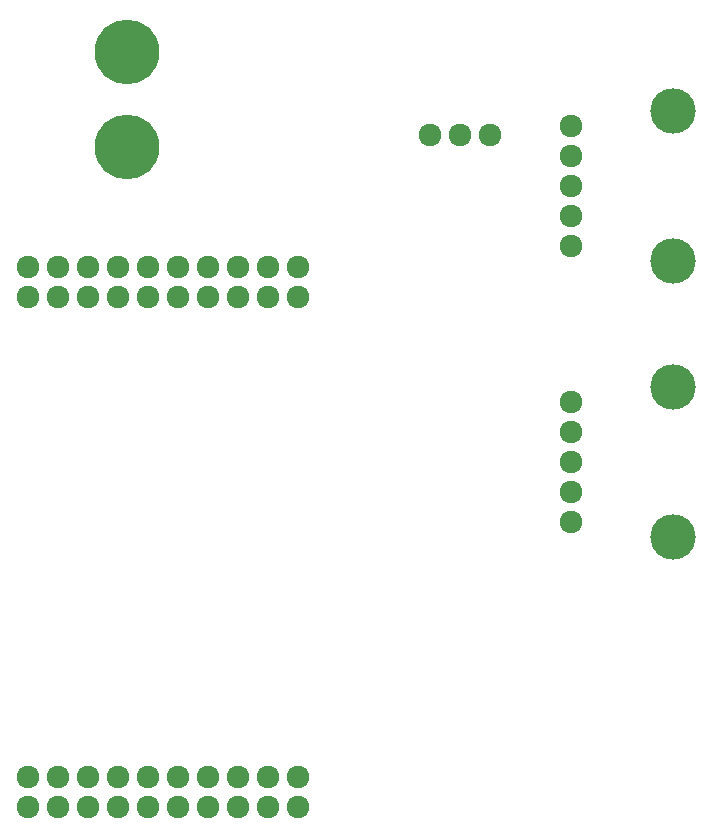
<source format=gbr>
G04 #@! TF.GenerationSoftware,KiCad,Pcbnew,(5.0.0)*
G04 #@! TF.CreationDate,2018-10-03T21:46:57-05:00*
G04 #@! TF.ProjectId,2018Training,32303138547261696E696E672E6B6963,rev?*
G04 #@! TF.SameCoordinates,Original*
G04 #@! TF.FileFunction,Soldermask,Bot*
G04 #@! TF.FilePolarity,Negative*
%FSLAX46Y46*%
G04 Gerber Fmt 4.6, Leading zero omitted, Abs format (unit mm)*
G04 Created by KiCad (PCBNEW (5.0.0)) date 10/03/18 21:46:57*
%MOMM*%
%LPD*%
G01*
G04 APERTURE LIST*
%ADD10C,3.850000*%
%ADD11C,1.924000*%
%ADD12C,5.480000*%
%ADD13C,1.920000*%
G04 APERTURE END LIST*
D10*
G04 #@! TO.C,Conn3*
X179324000Y-92456000D03*
X179324000Y-79756000D03*
D11*
X170688000Y-91186000D03*
X170688000Y-88646000D03*
X170688000Y-86106000D03*
X170688000Y-83566000D03*
X170688000Y-81026000D03*
G04 #@! TD*
G04 #@! TO.C,Conn2*
X170688000Y-57658000D03*
X170688000Y-60198000D03*
X170688000Y-62738000D03*
X170688000Y-65278000D03*
X170688000Y-67818000D03*
D10*
X179324000Y-56388000D03*
X179324000Y-69088000D03*
G04 #@! TD*
D12*
G04 #@! TO.C,Conn1*
X133121400Y-59437000D03*
X133121400Y-51436000D03*
G04 #@! TD*
D13*
G04 #@! TO.C,U1*
X124739001Y-115315001D03*
X147599001Y-69595001D03*
X145059001Y-69595001D03*
X137439001Y-69595001D03*
X134899001Y-112775001D03*
X139979001Y-69595001D03*
X142519001Y-69595001D03*
X139979001Y-115315001D03*
X145059001Y-112775001D03*
X134899001Y-69595001D03*
X132359001Y-69595001D03*
X145059001Y-115315001D03*
X139979001Y-112775001D03*
X137439001Y-112775001D03*
X124739001Y-112775001D03*
X127279001Y-112775001D03*
X129819001Y-112775001D03*
X132359001Y-112775001D03*
X142519001Y-112775001D03*
X147599001Y-112775001D03*
X127279001Y-115315001D03*
X129819001Y-115315001D03*
X132359001Y-115315001D03*
X134899001Y-115315001D03*
X137439001Y-115315001D03*
X142519001Y-115315001D03*
X147599001Y-115315001D03*
X124739001Y-72135001D03*
X127279001Y-72135001D03*
X129819001Y-72135001D03*
X132359001Y-72135001D03*
X134899001Y-72135001D03*
X137439001Y-72135001D03*
X139979001Y-72135001D03*
X142519001Y-72135001D03*
X145059001Y-72135001D03*
X147599001Y-72135001D03*
X124739001Y-69595001D03*
X127279001Y-69595001D03*
X129819001Y-69595001D03*
G04 #@! TD*
D11*
G04 #@! TO.C,U2*
X163830000Y-58420000D03*
X161290000Y-58420000D03*
X158750000Y-58420000D03*
G04 #@! TD*
M02*

</source>
